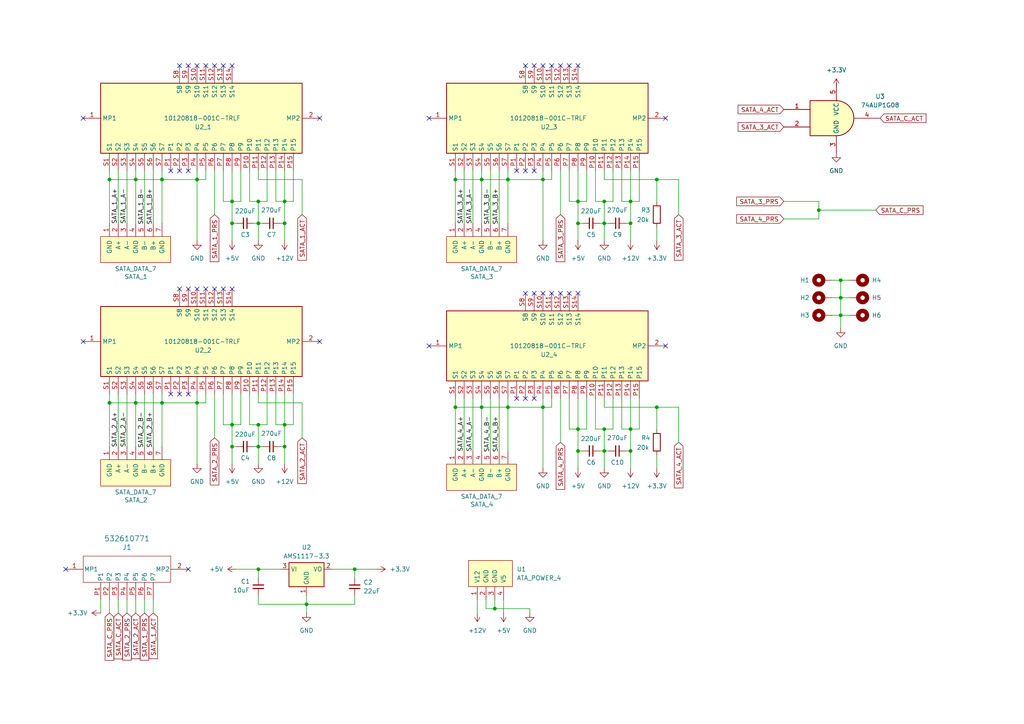
<source format=kicad_sch>
(kicad_sch (version 20231120) (generator "eeschema") (generator_version "8.0")
  (paper "A4")
  (lib_symbols
    (symbol "10120818-001C-TRLF:10120818-001C-TRLF"
      (property "Reference" "J" (at 64.77 15.24 0))
      (property "Value" "10120818-001C-TRLF" (at 64.77 12.7 0))
      (symbol "10120818-001C-TRLF_1_1"
        (rectangle (start 5.08 10.16) (end 63.5 -10.16) (stroke (width 0.254)) (fill (type background)))
        (pin passive line (at 68.58 0 180) (length 5.08) (name "MP1") (number "1"))
        (pin passive line (at 0 0 0) (length 5.08) (name "MP2") (number "2"))
        (pin passive line (at 43.18 15.24 270) (length 5.08) (name "P1") (number "P1"))
        (pin passive line (at 20.32 15.24 270) (length 5.08) (name "P10") (number "P10"))
        (pin passive line (at 17.78 15.24 270) (length 5.08) (name "P11") (number "P11"))
        (pin passive line (at 15.24 15.24 270) (length 5.08) (name "P12") (number "P12"))
        (pin passive line (at 12.7 15.24 270) (length 5.08) (name "P13") (number "P13"))
        (pin passive line (at 10.16 15.24 270) (length 5.08) (name "P14") (number "P14"))
        (pin passive line (at 7.62 15.24 270) (length 5.08) (name "P15") (number "P15"))
        (pin passive line (at 40.64 15.24 270) (length 5.08) (name "P2") (number "P2"))
        (pin passive line (at 38.1 15.24 270) (length 5.08) (name "P3") (number "P3"))
        (pin passive line (at 35.56 15.24 270) (length 5.08) (name "P4") (number "P4"))
        (pin passive line (at 33.02 15.24 270) (length 5.08) (name "P5") (number "P5"))
        (pin passive line (at 30.48 15.24 270) (length 5.08) (name "P6") (number "P6"))
        (pin passive line (at 27.94 15.24 270) (length 5.08) (name "P7") (number "P7"))
        (pin passive line (at 25.4 15.24 270) (length 5.08) (name "P8") (number "P8"))
        (pin passive line (at 22.86 15.24 270) (length 5.08) (name "P9") (number "P9"))
        (pin passive line (at 60.96 15.24 270) (length 5.08) (name "S1") (number "S1"))
        (pin passive line (at 35.56 -15.24 90) (length 5.08) (name "S10") (number "S10"))
        (pin passive line (at 33.02 -15.24 90) (length 5.08) (name "S11") (number "S11"))
        (pin passive line (at 30.48 -15.24 90) (length 5.08) (name "S12") (number "S12"))
        (pin passive line (at 27.94 -15.24 90) (length 5.08) (name "S13") (number "S13"))
        (pin passive line (at 25.4 -15.24 90) (length 5.08) (name "S14") (number "S14"))
        (pin passive line (at 58.42 15.24 270) (length 5.08) (name "S2") (number "S2"))
        (pin passive line (at 55.88 15.24 270) (length 5.08) (name "S3") (number "S3"))
        (pin passive line (at 53.34 15.24 270) (length 5.08) (name "S4") (number "S4"))
        (pin passive line (at 50.8 15.24 270) (length 5.08) (name "S5") (number "S5"))
        (pin passive line (at 48.26 15.24 270) (length 5.08) (name "S6") (number "S6"))
        (pin passive line (at 45.72 15.24 270) (length 5.08) (name "S7") (number "S7"))
        (pin passive line (at 40.64 -15.24 90) (length 5.08) (name "S8") (number "S8"))
        (pin passive line (at 38.1 -15.24 90) (length 5.08) (name "S9") (number "S9"))
      )
    )
    (symbol "74xGxx:74AUP1G08"
      (property "Reference" "U" (at -2.54 3.81 0))
      (property "Value" "74AUP1G08" (at 0 -3.81 0))
      (symbol "74AUP1G08_0_1"
        (arc (start 0 -5.08) (mid 5.0579 0) (end 0 5.08) (stroke (width 0.254)) (fill (type background)))
        (polyline (pts (xy 0 -5.08) (xy -7.62 -5.08) (xy -7.62 5.08) (xy 0 5.08)) (stroke (width 0.254)) (fill (type background)))
      )
      (symbol "74AUP1G08_1_1"
        (pin input line (at -15.24 2.54 0) (length 7.62) (name "~") (number "1"))
        (pin input line (at -15.24 -2.54 0) (length 7.62) (name "~") (number "2"))
        (pin power_in line (at 0 -10.16 90) (length 5.08) (name "GND") (number "3"))
        (pin output line (at 12.7 0 180) (length 7.62) (name "~") (number "4"))
        (pin power_in line (at 0 10.16 270) (length 5.08) (name "VCC") (number "5"))
      )
    )
    (symbol "Device:C_Small" (pin_numbers hide) (pin_names (offset 0.254) hide)
      (property "Reference" "C" (at 0.254 1.778 0))
      (property "Value" "C_Small" (at 0.254 -2.032 0))
      (symbol "C_Small_0_1"
        (polyline (pts (xy -1.524 -0.508) (xy 1.524 -0.508)) (stroke (width 0.3302)))
        (polyline (pts (xy -1.524 0.508) (xy 1.524 0.508)) (stroke (width 0.3048)))
      )
      (symbol "C_Small_1_1"
        (pin passive line (at 0 2.54 270) (length 2.032) (name "~") (number "1"))
        (pin passive line (at 0 -2.54 90) (length 2.032) (name "~") (number "2"))
      )
    )
    (symbol "Device:R" (pin_numbers hide) (pin_names (offset 0))
      (property "Reference" "R" (at 2.032 0 90))
      (property "Value" "R" (at 0 0 90))
      (symbol "R_0_1"
        (rectangle (start -1.016 -2.54) (end 1.016 2.54) (stroke (width 0.254)))
      )
      (symbol "R_1_1"
        (pin passive line (at 0 3.81 270) (length 1.27) (name "~") (number "1"))
        (pin passive line (at 0 -3.81 90) (length 1.27) (name "~") (number "2"))
      )
    )
    (symbol "Mechanical:MountingHole_Pad" (pin_numbers hide) (pin_names (offset 1.016) hide) (exclude_from_sim yes) (in_bom no)
      (property "Reference" "H" (at 0 6.35 0))
      (property "Value" "MountingHole_Pad" (at 0 4.445 0))
      (symbol "MountingHole_Pad_0_1"
        (circle (center 0 1.27) (radius 1.27) (stroke (width 1.27)))
      )
      (symbol "MountingHole_Pad_1_1"
        (pin input line (at 0 -2.54 90) (length 2.54) (name "1") (number "1"))
      )
    )
    (symbol "Molex-532610771:532610771" (pin_names (offset 0.254))
      (property "Reference" "J1" (at 15.24 -10.16 90))
      (property "Value" "532610771" (at 17.78 -10.16 90))
      (symbol "532610771_1_1"
        (polyline (pts (xy 5.08 -22.86) (xy 12.7 -22.86)) (stroke (width 0.127)))
        (polyline (pts (xy 5.08 2.54) (xy 5.08 -22.86)) (stroke (width 0.127)))
        (polyline (pts (xy 12.7 -22.86) (xy 12.7 2.54)) (stroke (width 0.127)))
        (polyline (pts (xy 12.7 2.54) (xy 5.08 2.54)) (stroke (width 0.127)))
        (pin passive line (at 8.89 7.62 270) (length 5.08) (name "MP1") (number "1"))
        (pin passive line (at 8.89 -27.94 90) (length 5.08) (name "MP2") (number "2"))
        (pin passive line (at 0 -2.54 0) (length 5.08) (name "P1") (number "P1"))
        (pin passive line (at 0 -5.08 0) (length 5.08) (name "P2") (number "P2"))
        (pin passive line (at 0 -7.62 0) (length 5.08) (name "P3") (number "P3"))
        (pin passive line (at 0 -10.16 0) (length 5.08) (name "P4") (number "P4"))
        (pin passive line (at 0 -12.7 0) (length 5.08) (name "P5") (number "P5"))
        (pin passive line (at 0 -15.24 0) (length 5.08) (name "P6") (number "P6"))
        (pin passive line (at 0 -17.78 0) (length 5.08) (name "P7") (number "P7"))
      )
      (symbol "532610771_1_2"
        (polyline (pts (xy 5.08 -22.86) (xy 12.7 -22.86)) (stroke (width 0.127)))
        (polyline (pts (xy 5.08 2.54) (xy 5.08 -22.86)) (stroke (width 0.127)))
        (polyline (pts (xy 7.62 -20.32) (xy 5.08 -20.32)) (stroke (width 0.127)))
        (polyline (pts (xy 7.62 -20.32) (xy 8.89 -21.1667)) (stroke (width 0.127)))
        (polyline (pts (xy 7.62 -20.32) (xy 8.89 -19.4733)) (stroke (width 0.127)))
        (polyline (pts (xy 7.62 -17.78) (xy 5.08 -17.78)) (stroke (width 0.127)))
        (polyline (pts (xy 7.62 -17.78) (xy 8.89 -18.6267)) (stroke (width 0.127)))
        (polyline (pts (xy 7.62 -17.78) (xy 8.89 -16.9333)) (stroke (width 0.127)))
        (polyline (pts (xy 7.62 -15.24) (xy 5.08 -15.24)) (stroke (width 0.127)))
        (polyline (pts (xy 7.62 -15.24) (xy 8.89 -16.0867)) (stroke (width 0.127)))
        (polyline (pts (xy 7.62 -15.24) (xy 8.89 -14.3933)) (stroke (width 0.127)))
        (polyline (pts (xy 7.62 -12.7) (xy 5.08 -12.7)) (stroke (width 0.127)))
        (polyline (pts (xy 7.62 -12.7) (xy 8.89 -13.5467)) (stroke (width 0.127)))
        (polyline (pts (xy 7.62 -12.7) (xy 8.89 -11.8533)) (stroke (width 0.127)))
        (polyline (pts (xy 7.62 -10.16) (xy 5.08 -10.16)) (stroke (width 0.127)))
        (polyline (pts (xy 7.62 -10.16) (xy 8.89 -11.0067)) (stroke (width 0.127)))
        (polyline (pts (xy 7.62 -10.16) (xy 8.89 -9.3133)) (stroke (width 0.127)))
        (polyline (pts (xy 7.62 -7.62) (xy 5.08 -7.62)) (stroke (width 0.127)))
        (polyline (pts (xy 7.62 -7.62) (xy 8.89 -8.4667)) (stroke (width 0.127)))
        (polyline (pts (xy 7.62 -7.62) (xy 8.89 -6.7733)) (stroke (width 0.127)))
        (polyline (pts (xy 7.62 -5.08) (xy 5.08 -5.08)) (stroke (width 0.127)))
        (polyline (pts (xy 7.62 -5.08) (xy 8.89 -5.9267)) (stroke (width 0.127)))
        (polyline (pts (xy 7.62 -5.08) (xy 8.89 -4.2333)) (stroke (width 0.127)))
        (polyline (pts (xy 7.62 -2.54) (xy 5.08 -2.54)) (stroke (width 0.127)))
        (polyline (pts (xy 7.62 -2.54) (xy 8.89 -3.3867)) (stroke (width 0.127)))
        (polyline (pts (xy 7.62 -2.54) (xy 8.89 -1.6933)) (stroke (width 0.127)))
        (polyline (pts (xy 7.62 0) (xy 5.08 0)) (stroke (width 0.127)))
        (polyline (pts (xy 7.62 0) (xy 8.89 -0.8467)) (stroke (width 0.127)))
        (polyline (pts (xy 7.62 0) (xy 8.89 0.8467)) (stroke (width 0.127)))
        (polyline (pts (xy 12.7 -22.86) (xy 12.7 2.54)) (stroke (width 0.127)))
        (polyline (pts (xy 12.7 2.54) (xy 5.08 2.54)) (stroke (width 0.127)))
        (pin unspecified line (at 0 0 0) (length 5.08) (name "1") (number "1"))
        (pin unspecified line (at 0 -2.54 0) (length 5.08) (name "2") (number "2"))
        (pin unspecified line (at 0 -5.08 0) (length 5.08) (name "3") (number "3"))
        (pin unspecified line (at 0 -7.62 0) (length 5.08) (name "4") (number "4"))
        (pin unspecified line (at 0 -10.16 0) (length 5.08) (name "5") (number "5"))
        (pin unspecified line (at 0 -12.7 0) (length 5.08) (name "6") (number "6"))
        (pin unspecified line (at 0 -15.24 0) (length 5.08) (name "7") (number "7"))
        (pin unspecified line (at 0 -17.78 0) (length 5.08) (name "8") (number "8"))
        (pin unspecified line (at 0 -20.32 0) (length 5.08) (name "9") (number "9"))
      )
    )
    (symbol "Regulator_Linear:AMS1117-3.3"
      (property "Reference" "U" (at -3.81 3.175 0))
      (property "Value" "AMS1117-3.3" (at 0 3.175 0))
      (symbol "AMS1117-3.3_0_1"
        (rectangle (start -5.08 -5.08) (end 5.08 1.905) (stroke (width 0.254)) (fill (type background)))
      )
      (symbol "AMS1117-3.3_1_1"
        (pin power_in line (at 0 -7.62 90) (length 2.54) (name "GND") (number "1"))
        (pin power_out line (at 7.62 0 180) (length 2.54) (name "VO") (number "2"))
        (pin power_in line (at -7.62 0 0) (length 2.54) (name "VI") (number "3"))
      )
    )
    (symbol "SATA:ATA_POWER_4" (pin_names (offset 1.016))
      (property "Reference" "U" (at 0 -7.62 0))
      (property "Value" "ATA_POWER_4" (at 0 7.62 0))
      (symbol "ATA_POWER_4_1_1"
        (rectangle (start 3.81 6.35) (end -3.81 -6.35) (fill (type background)))
        (pin power_out line (at -7.62 3.81 0) (length 3.81) (name "V12") (number "1"))
        (pin power_out line (at -7.62 1.27 0) (length 3.81) (name "GND") (number "2"))
        (pin power_out line (at -7.62 -1.27 0) (length 3.81) (name "GND") (number "3"))
        (pin power_out line (at -7.62 -3.81 0) (length 3.81) (name "V5") (number "4"))
      )
    )
    (symbol "SATA:SATA_DATA_7" (pin_names (offset 1.016))
      (property "Reference" "U" (at 0 -11.43 0))
      (property "Value" "SATA_DATA_7" (at 0 11.43 0))
      (symbol "SATA_DATA_7_0_1"
        (rectangle (start 3.81 10.16) (end -3.81 -10.16) (fill (type background)))
      )
      (symbol "SATA_DATA_7_1_1"
        (pin power_out line (at -7.62 7.62 0) (length 3.81) (name "GND") (number "1"))
        (pin output line (at -7.62 5.08 0) (length 3.81) (name "A+") (number "2"))
        (pin output line (at -7.62 2.54 0) (length 3.81) (name "A-") (number "3"))
        (pin power_out line (at -7.62 0 0) (length 3.81) (name "GND") (number "4"))
        (pin input line (at -7.62 -2.54 0) (length 3.81) (name "B-") (number "5"))
        (pin input line (at -7.62 -5.08 0) (length 3.81) (name "B+") (number "6"))
        (pin power_out line (at -7.62 -7.62 0) (length 3.81) (name "GND") (number "7"))
      )
    )
    (symbol "power:+12V" (power) (pin_numbers hide) (pin_names (offset 0) hide)
      (property "Value" "+12V" (at 0 3.556 0))
      (symbol "+12V_0_1"
        (polyline (pts (xy -0.762 1.27) (xy 0 2.54)))
        (polyline (pts (xy 0 0) (xy 0 2.54)))
        (polyline (pts (xy 0 2.54) (xy 0.762 1.27)))
      )
      (symbol "+12V_1_1"
        (pin power_in line (at 0 0 90) (length 0) (name "~") (number "1"))
      )
    )
    (symbol "power:+3.3V" (power) (pin_numbers hide) (pin_names (offset 0) hide)
      (property "Value" "+3.3V" (at 0 3.556 0))
      (symbol "+3.3V_0_1"
        (polyline (pts (xy -0.762 1.27) (xy 0 2.54)))
        (polyline (pts (xy 0 0) (xy 0 2.54)))
        (polyline (pts (xy 0 2.54) (xy 0.762 1.27)))
      )
      (symbol "+3.3V_1_1"
        (pin power_in line (at 0 0 90) (length 0) (name "~") (number "1"))
      )
    )
    (symbol "power:+5V" (power) (pin_numbers hide) (pin_names (offset 0) hide)
      (property "Value" "+5V" (at 0 3.556 0))
      (symbol "+5V_0_1"
        (polyline (pts (xy -0.762 1.27) (xy 0 2.54)))
        (polyline (pts (xy 0 0) (xy 0 2.54)))
        (polyline (pts (xy 0 2.54) (xy 0.762 1.27)))
      )
      (symbol "+5V_1_1"
        (pin power_in line (at 0 0 90) (length 0) (name "~") (number "1"))
      )
    )
    (symbol "power:GND" (power) (pin_numbers hide) (pin_names (offset 0) hide)
      (property "Value" "GND" (at 0 -3.81 0))
      (symbol "GND_0_1"
        (polyline (pts (xy 0 0) (xy 0 -1.27) (xy 1.27 -1.27) (xy 0 -2.54) (xy -1.27 -1.27) (xy 0 -1.27)))
      )
      (symbol "GND_1_1"
        (pin power_in line (at 0 0 270) (length 0) (name "~") (number "1"))
      )
    )
  )
  (junction (at 39.37 116.84))
  (junction (at 243.84 91.44))
  (junction (at 31.75 116.84))
  (junction (at 175.26 58.42))
  (junction (at 157.48 52.07))
  (junction (at 167.64 130.81))
  (junction (at 67.31 64.77))
  (junction (at 132.08 52.07))
  (junction (at 82.55 64.77))
  (junction (at 102.87 165.1))
  (junction (at 57.15 116.84))
  (junction (at 74.93 165.1))
  (junction (at 243.84 86.36))
  (junction (at 132.08 118.11))
  (junction (at 143.51 176.53))
  (junction (at 139.7 52.07))
  (junction (at 182.88 124.46))
  (junction (at 46.99 52.07))
  (junction (at 82.55 123.19))
  (junction (at 39.37 52.07))
  (junction (at 46.99 116.84))
  (junction (at 74.93 64.77))
  (junction (at 190.5 52.07))
  (junction (at 175.26 124.46))
  (junction (at 167.64 58.42))
  (junction (at 147.32 118.11))
  (junction (at 157.48 118.11))
  (junction (at 175.26 130.81))
  (junction (at 67.31 129.54))
  (junction (at 139.7 118.11))
  (junction (at 243.84 81.28))
  (junction (at 147.32 52.07))
  (junction (at 82.55 129.54))
  (junction (at 167.64 64.77))
  (junction (at 31.75 52.07))
  (junction (at 175.26 64.77))
  (junction (at 182.88 64.77))
  (junction (at 57.15 52.07))
  (junction (at 74.93 58.42))
  (junction (at 67.31 58.42))
  (junction (at 237.49 60.96))
  (junction (at 74.93 129.54))
  (junction (at 88.9 175.26))
  (junction (at 67.31 123.19))
  (junction (at 74.93 123.19))
  (junction (at 182.88 130.81))
  (junction (at 190.5 118.11))
  (junction (at 167.64 124.46))
  (junction (at 182.88 58.42))
  (junction (at 82.55 58.42))
  (no_connect (at 52.07 83.82))
  (no_connect (at 152.4 115.57))
  (no_connect (at 193.04 100.33))
  (no_connect (at 24.13 34.29))
  (no_connect (at 167.64 19.05))
  (no_connect (at 52.07 19.05))
  (no_connect (at 152.4 85.09))
  (no_connect (at 149.86 49.53))
  (no_connect (at 154.94 19.05))
  (no_connect (at 154.94 49.53))
  (no_connect (at 154.94 115.57))
  (no_connect (at 57.15 19.05))
  (no_connect (at 64.77 83.82))
  (no_connect (at 124.46 34.29))
  (no_connect (at 54.61 83.82))
  (no_connect (at 54.61 19.05))
  (no_connect (at 49.53 114.3))
  (no_connect (at 54.61 165.1))
  (no_connect (at 124.46 100.33))
  (no_connect (at 152.4 19.05))
  (no_connect (at 162.56 19.05))
  (no_connect (at 52.07 114.3))
  (no_connect (at 49.53 49.53))
  (no_connect (at 157.48 19.05))
  (no_connect (at 157.48 85.09))
  (no_connect (at 149.86 115.57))
  (no_connect (at 165.1 19.05))
  (no_connect (at 167.64 85.09))
  (no_connect (at 64.77 19.05))
  (no_connect (at 57.15 83.82))
  (no_connect (at 59.69 83.82))
  (no_connect (at 24.13 99.06))
  (no_connect (at 59.69 19.05))
  (no_connect (at 160.02 85.09))
  (no_connect (at 193.04 34.29))
  (no_connect (at 152.4 49.53))
  (no_connect (at 92.71 99.06))
  (no_connect (at 54.61 114.3))
  (no_connect (at 19.05 165.1))
  (no_connect (at 67.31 19.05))
  (no_connect (at 62.23 83.82))
  (no_connect (at 52.07 49.53))
  (no_connect (at 165.1 85.09))
  (no_connect (at 67.31 83.82))
  (no_connect (at 160.02 19.05))
  (no_connect (at 154.94 85.09))
  (no_connect (at 62.23 19.05))
  (no_connect (at 162.56 85.09))
  (no_connect (at 54.61 49.53))
  (no_connect (at 92.71 34.29))
  (wire (pts (xy 74.93 165.1) (xy 74.93 167.64)))
  (wire (pts (xy 134.62 115.57) (xy 134.62 130.81)))
  (wire (pts (xy 67.31 129.54) (xy 67.31 134.62)))
  (wire (pts (xy 157.48 118.11) (xy 157.48 135.89)))
  (wire (pts (xy 162.56 49.53) (xy 162.56 62.23)))
  (wire (pts (xy 180.34 124.46) (xy 182.88 124.46)))
  (wire (pts (xy 175.26 130.81) (xy 175.26 135.89)))
  (wire (pts (xy 196.85 118.11) (xy 196.85 128.27)))
  (wire (pts (xy 64.77 49.53) (xy 64.77 58.42)))
  (wire (pts (xy 102.87 165.1) (xy 109.22 165.1)))
  (wire (pts (xy 167.64 49.53) (xy 167.64 58.42)))
  (wire (pts (xy 142.24 115.57) (xy 142.24 130.81)))
  (wire (pts (xy 167.64 58.42) (xy 167.64 64.77)))
  (wire (pts (xy 175.26 58.42) (xy 175.26 64.77)))
  (wire (pts (xy 185.42 49.53) (xy 185.42 58.42)))
  (wire (pts (xy 146.05 173.99) (xy 146.05 177.8)))
  (wire (pts (xy 59.69 116.84) (xy 57.15 116.84)))
  (wire (pts (xy 185.42 58.42) (xy 182.88 58.42)))
  (wire (pts (xy 72.39 114.3) (xy 72.39 123.19)))
  (wire (pts (xy 175.26 64.77) (xy 173.99 64.77)))
  (wire (pts (xy 157.48 49.53) (xy 157.48 52.07)))
  (wire (pts (xy 31.75 177.8) (xy 31.75 173.99)))
  (wire (pts (xy 39.37 177.8) (xy 39.37 173.99)))
  (wire (pts (xy 182.88 58.42) (xy 182.88 64.77)))
  (wire (pts (xy 170.18 58.42) (xy 167.64 58.42)))
  (wire (pts (xy 160.02 49.53) (xy 160.02 52.07)))
  (wire (pts (xy 46.99 52.07) (xy 46.99 64.77)))
  (wire (pts (xy 139.7 115.57) (xy 139.7 118.11)))
  (wire (pts (xy 57.15 114.3) (xy 57.15 116.84)))
  (wire (pts (xy 157.48 115.57) (xy 157.48 118.11)))
  (wire (pts (xy 74.93 58.42) (xy 74.93 64.77)))
  (wire (pts (xy 144.78 49.53) (xy 144.78 64.77)))
  (wire (pts (xy 175.26 118.11) (xy 190.5 118.11)))
  (wire (pts (xy 144.78 115.57) (xy 144.78 130.81)))
  (wire (pts (xy 170.18 124.46) (xy 167.64 124.46)))
  (wire (pts (xy 185.42 124.46) (xy 182.88 124.46)))
  (wire (pts (xy 237.49 58.42) (xy 237.49 60.96)))
  (wire (pts (xy 69.85 114.3) (xy 69.85 123.19)))
  (wire (pts (xy 76.2 129.54) (xy 74.93 129.54)))
  (wire (pts (xy 172.72 58.42) (xy 175.26 58.42)))
  (wire (pts (xy 74.93 116.84) (xy 87.63 116.84)))
  (wire (pts (xy 74.93 129.54) (xy 74.93 134.62)))
  (wire (pts (xy 160.02 52.07) (xy 157.48 52.07)))
  (wire (pts (xy 157.48 52.07) (xy 147.32 52.07)))
  (wire (pts (xy 243.84 91.44) (xy 246.38 91.44)))
  (wire (pts (xy 57.15 52.07) (xy 46.99 52.07)))
  (wire (pts (xy 134.62 49.53) (xy 134.62 64.77)))
  (wire (pts (xy 59.69 49.53) (xy 59.69 52.07)))
  (wire (pts (xy 147.32 118.11) (xy 147.32 130.81)))
  (wire (pts (xy 34.29 114.3) (xy 34.29 129.54)))
  (wire (pts (xy 62.23 114.3) (xy 62.23 127)))
  (wire (pts (xy 74.93 114.3) (xy 74.93 116.84)))
  (wire (pts (xy 31.75 114.3) (xy 31.75 116.84)))
  (wire (pts (xy 190.5 66.04) (xy 190.5 69.85)))
  (wire (pts (xy 82.55 129.54) (xy 82.55 134.62)))
  (wire (pts (xy 41.91 49.53) (xy 41.91 64.77)))
  (wire (pts (xy 46.99 116.84) (xy 46.99 129.54)))
  (wire (pts (xy 139.7 118.11) (xy 132.08 118.11)))
  (wire (pts (xy 72.39 58.42) (xy 74.93 58.42)))
  (wire (pts (xy 88.9 175.26) (xy 88.9 177.8)))
  (wire (pts (xy 132.08 49.53) (xy 132.08 52.07)))
  (wire (pts (xy 176.53 130.81) (xy 175.26 130.81)))
  (wire (pts (xy 172.72 115.57) (xy 172.72 124.46)))
  (wire (pts (xy 77.47 58.42) (xy 74.93 58.42)))
  (wire (pts (xy 162.56 115.57) (xy 162.56 128.27)))
  (wire (pts (xy 177.8 58.42) (xy 175.26 58.42)))
  (wire (pts (xy 243.84 86.36) (xy 246.38 86.36)))
  (wire (pts (xy 82.55 64.77) (xy 81.28 64.77)))
  (wire (pts (xy 242.57 24.13) (xy 242.57 25.4)))
  (wire (pts (xy 160.02 118.11) (xy 157.48 118.11)))
  (wire (pts (xy 46.99 114.3) (xy 46.99 116.84)))
  (wire (pts (xy 82.55 64.77) (xy 82.55 69.85)))
  (wire (pts (xy 29.21 177.8) (xy 29.21 173.99)))
  (wire (pts (xy 172.72 124.46) (xy 175.26 124.46)))
  (wire (pts (xy 227.33 63.5) (xy 237.49 63.5)))
  (wire (pts (xy 182.88 115.57) (xy 182.88 124.46)))
  (wire (pts (xy 182.88 124.46) (xy 182.88 130.81)))
  (wire (pts (xy 139.7 118.11) (xy 139.7 130.81)))
  (wire (pts (xy 74.93 172.72) (xy 74.93 175.26)))
  (wire (pts (xy 67.31 64.77) (xy 67.31 69.85)))
  (wire (pts (xy 147.32 115.57) (xy 147.32 118.11)))
  (wire (pts (xy 59.69 52.07) (xy 57.15 52.07)))
  (wire (pts (xy 80.01 58.42) (xy 82.55 58.42)))
  (wire (pts (xy 168.91 130.81) (xy 167.64 130.81)))
  (wire (pts (xy 243.84 91.44) (xy 243.84 95.25)))
  (wire (pts (xy 190.5 132.08) (xy 190.5 135.89)))
  (wire (pts (xy 31.75 52.07) (xy 31.75 64.77)))
  (wire (pts (xy 39.37 116.84) (xy 31.75 116.84)))
  (wire (pts (xy 74.93 64.77) (xy 73.66 64.77)))
  (wire (pts (xy 31.75 116.84) (xy 31.75 129.54)))
  (wire (pts (xy 39.37 52.07) (xy 39.37 64.77)))
  (wire (pts (xy 153.67 176.53) (xy 153.67 177.8)))
  (wire (pts (xy 69.85 123.19) (xy 67.31 123.19)))
  (wire (pts (xy 88.9 172.72) (xy 88.9 175.26)))
  (wire (pts (xy 85.09 123.19) (xy 82.55 123.19)))
  (wire (pts (xy 243.84 81.28) (xy 243.84 86.36)))
  (wire (pts (xy 137.16 49.53) (xy 137.16 64.77)))
  (wire (pts (xy 80.01 49.53) (xy 80.01 58.42)))
  (wire (pts (xy 34.29 49.53) (xy 34.29 64.77)))
  (wire (pts (xy 87.63 127) (xy 87.63 116.84)))
  (wire (pts (xy 142.24 49.53) (xy 142.24 64.77)))
  (wire (pts (xy 69.85 49.53) (xy 69.85 58.42)))
  (wire (pts (xy 170.18 49.53) (xy 170.18 58.42)))
  (wire (pts (xy 182.88 49.53) (xy 182.88 58.42)))
  (wire (pts (xy 167.64 64.77) (xy 167.64 69.85)))
  (wire (pts (xy 241.3 91.44) (xy 243.84 91.44)))
  (wire (pts (xy 41.91 177.8) (xy 41.91 173.99)))
  (wire (pts (xy 31.75 49.53) (xy 31.75 52.07)))
  (wire (pts (xy 77.47 49.53) (xy 77.47 58.42)))
  (wire (pts (xy 57.15 52.07) (xy 57.15 69.85)))
  (wire (pts (xy 57.15 116.84) (xy 57.15 134.62)))
  (wire (pts (xy 176.53 64.77) (xy 175.26 64.77)))
  (wire (pts (xy 147.32 49.53) (xy 147.32 52.07)))
  (wire (pts (xy 74.93 64.77) (xy 74.93 69.85)))
  (wire (pts (xy 182.88 64.77) (xy 182.88 69.85)))
  (wire (pts (xy 39.37 52.07) (xy 31.75 52.07)))
  (wire (pts (xy 67.31 123.19) (xy 67.31 129.54)))
  (wire (pts (xy 168.91 64.77) (xy 167.64 64.77)))
  (wire (pts (xy 177.8 49.53) (xy 177.8 58.42)))
  (wire (pts (xy 167.64 58.42) (xy 165.1 58.42)))
  (wire (pts (xy 143.51 176.53) (xy 153.67 176.53)))
  (wire (pts (xy 87.63 52.07) (xy 87.63 62.23)))
  (wire (pts (xy 72.39 49.53) (xy 72.39 58.42)))
  (wire (pts (xy 46.99 52.07) (xy 39.37 52.07)))
  (wire (pts (xy 57.15 116.84) (xy 46.99 116.84)))
  (wire (pts (xy 190.5 118.11) (xy 190.5 124.46)))
  (wire (pts (xy 85.09 58.42) (xy 82.55 58.42)))
  (wire (pts (xy 175.26 115.57) (xy 175.26 118.11)))
  (wire (pts (xy 185.42 115.57) (xy 185.42 124.46)))
  (wire (pts (xy 143.51 173.99) (xy 143.51 176.53)))
  (wire (pts (xy 77.47 123.19) (xy 74.93 123.19)))
  (wire (pts (xy 44.45 114.3) (xy 44.45 129.54)))
  (wire (pts (xy 190.5 118.11) (xy 196.85 118.11)))
  (wire (pts (xy 243.84 81.28) (xy 246.38 81.28)))
  (wire (pts (xy 147.32 118.11) (xy 139.7 118.11)))
  (wire (pts (xy 140.97 176.53) (xy 143.51 176.53)))
  (wire (pts (xy 167.64 124.46) (xy 167.64 130.81)))
  (wire (pts (xy 82.55 129.54) (xy 81.28 129.54)))
  (wire (pts (xy 69.85 58.42) (xy 67.31 58.42)))
  (wire (pts (xy 82.55 58.42) (xy 82.55 64.77)))
  (wire (pts (xy 36.83 177.8) (xy 36.83 173.99)))
  (wire (pts (xy 182.88 130.81) (xy 182.88 135.89)))
  (wire (pts (xy 57.15 49.53) (xy 57.15 52.07)))
  (wire (pts (xy 237.49 60.96) (xy 237.49 63.5)))
  (wire (pts (xy 182.88 130.81) (xy 181.61 130.81)))
  (wire (pts (xy 67.31 58.42) (xy 67.31 64.77)))
  (wire (pts (xy 139.7 49.53) (xy 139.7 52.07)))
  (wire (pts (xy 85.09 49.53) (xy 85.09 58.42)))
  (wire (pts (xy 139.7 52.07) (xy 139.7 64.77)))
  (wire (pts (xy 74.93 123.19) (xy 74.93 129.54)))
  (wire (pts (xy 64.77 114.3) (xy 64.77 123.19)))
  (wire (pts (xy 77.47 114.3) (xy 77.47 123.19)))
  (wire (pts (xy 132.08 52.07) (xy 132.08 64.77)))
  (wire (pts (xy 165.1 49.53) (xy 165.1 58.42)))
  (wire (pts (xy 180.34 49.53) (xy 180.34 58.42)))
  (wire (pts (xy 96.52 165.1) (xy 102.87 165.1)))
  (wire (pts (xy 196.85 52.07) (xy 196.85 62.23)))
  (wire (pts (xy 180.34 58.42) (xy 182.88 58.42)))
  (wire (pts (xy 39.37 49.53) (xy 39.37 52.07)))
  (wire (pts (xy 241.3 86.36) (xy 243.84 86.36)))
  (wire (pts (xy 39.37 116.84) (xy 39.37 129.54)))
  (wire (pts (xy 85.09 114.3) (xy 85.09 123.19)))
  (wire (pts (xy 227.33 58.42) (xy 237.49 58.42)))
  (wire (pts (xy 34.29 177.8) (xy 34.29 173.99)))
  (wire (pts (xy 172.72 49.53) (xy 172.72 58.42)))
  (wire (pts (xy 76.2 64.77) (xy 74.93 64.77)))
  (wire (pts (xy 175.26 130.81) (xy 173.99 130.81)))
  (wire (pts (xy 102.87 172.72) (xy 102.87 175.26)))
  (wire (pts (xy 80.01 123.19) (xy 82.55 123.19)))
  (wire (pts (xy 74.93 165.1) (xy 81.28 165.1)))
  (wire (pts (xy 80.01 114.3) (xy 80.01 123.19)))
  (wire (pts (xy 170.18 115.57) (xy 170.18 124.46)))
  (wire (pts (xy 44.45 49.53) (xy 44.45 64.77)))
  (wire (pts (xy 175.26 64.77) (xy 175.26 69.85)))
  (wire (pts (xy 67.31 123.19) (xy 64.77 123.19)))
  (wire (pts (xy 177.8 115.57) (xy 177.8 124.46)))
  (wire (pts (xy 175.26 52.07) (xy 190.5 52.07)))
  (wire (pts (xy 190.5 52.07) (xy 196.85 52.07)))
  (wire (pts (xy 46.99 116.84) (xy 39.37 116.84)))
  (wire (pts (xy 160.02 115.57) (xy 160.02 118.11)))
  (wire (pts (xy 147.32 52.07) (xy 147.32 64.77)))
  (wire (pts (xy 82.55 123.19) (xy 82.55 129.54)))
  (wire (pts (xy 190.5 58.42) (xy 190.5 52.07)))
  (wire (pts (xy 44.45 177.8) (xy 44.45 173.99)))
  (wire (pts (xy 147.32 118.11) (xy 157.48 118.11)))
  (wire (pts (xy 62.23 49.53) (xy 62.23 62.23)))
  (wire (pts (xy 237.49 60.96) (xy 254 60.96)))
  (wire (pts (xy 36.83 114.3) (xy 36.83 129.54)))
  (wire (pts (xy 67.31 58.42) (xy 64.77 58.42)))
  (wire (pts (xy 36.83 49.53) (xy 36.83 64.77)))
  (wire (pts (xy 74.93 52.07) (xy 87.63 52.07)))
  (wire (pts (xy 39.37 114.3) (xy 39.37 116.84)))
  (wire (pts (xy 46.99 49.53) (xy 46.99 52.07)))
  (wire (pts (xy 167.64 130.81) (xy 167.64 135.89)))
  (wire (pts (xy 243.84 86.36) (xy 243.84 91.44)))
  (wire (pts (xy 167.64 115.57) (xy 167.64 124.46)))
  (wire (pts (xy 72.39 123.19) (xy 74.93 123.19)))
  (wire (pts (xy 74.93 49.53) (xy 74.93 52.07)))
  (wire (pts (xy 82.55 114.3) (xy 82.55 123.19)))
  (wire (pts (xy 132.08 115.57) (xy 132.08 118.11)))
  (wire (pts (xy 59.69 114.3) (xy 59.69 116.84)))
  (wire (pts (xy 180.34 115.57) (xy 180.34 124.46)))
  (wire (pts (xy 182.88 64.77) (xy 181.61 64.77)))
  (wire (pts (xy 175.26 124.46) (xy 175.26 130.81)))
  (wire (pts (xy 138.43 173.99) (xy 138.43 177.8)))
  (wire (pts (xy 241.3 81.28) (xy 243.84 81.28)))
  (wire (pts (xy 137.16 115.57) (xy 137.16 130.81)))
  (wire (pts (xy 74.93 175.26) (xy 88.9 175.26)))
  (wire (pts (xy 167.64 124.46) (xy 165.1 124.46)))
  (wire (pts (xy 82.55 49.53) (xy 82.55 58.42)))
  (wire (pts (xy 175.26 49.53) (xy 175.26 52.07)))
  (wire (pts (xy 67.31 49.53) (xy 67.31 58.42)))
  (wire (pts (xy 140.97 173.99) (xy 140.97 176.53)))
  (wire (pts (xy 177.8 124.46) (xy 175.26 124.46)))
  (wire (pts (xy 68.58 165.1) (xy 74.93 165.1)))
  (wire (pts (xy 102.87 165.1) (xy 102.87 167.64)))
  (wire (pts (xy 67.31 114.3) (xy 67.31 123.19)))
  (wire (pts (xy 68.58 64.77) (xy 67.31 64.77)))
  (wire (pts (xy 68.58 129.54) (xy 67.31 129.54)))
  (wire (pts (xy 165.1 115.57) (xy 165.1 124.46)))
  (wire (pts (xy 147.32 52.07) (xy 139.7 52.07)))
  (wire (pts (xy 157.48 52.07) (xy 157.48 69.85)))
  (wire (pts (xy 74.93 129.54) (xy 73.66 129.54)))
  (wire (pts (xy 139.7 52.07) (xy 132.08 52.07)))
  (wire (pts (xy 102.87 175.26) (xy 88.9 175.26)))
  (wire (pts (xy 41.91 114.3) (xy 41.91 129.54)))
  (wire (pts (xy 132.08 118.11) (xy 132.08 130.81)))
  (label "SATA_4_B+" (at 144.78 120.65 270))
  (label "SATA_1_A+" (at 34.29 54.61 270))
  (label "SATA_3_B-" (at 142.24 54.61 270))
  (label "SATA_1_A-" (at 36.83 54.61 270))
  (label "SATA_2_A+" (at 34.29 119.38 270))
  (label "SATA_1_B+" (at 44.45 54.61 270))
  (label "SATA_2_A-" (at 36.83 119.38 270))
  (label "SATA_4_A-" (at 137.16 120.65 270))
  (label "SATA_3_B+" (at 144.78 54.61 270))
  (label "SATA_3_A+" (at 134.62 54.61 270))
  (label "SATA_3_A-" (at 137.16 54.61 270))
  (label "SATA_4_B-" (at 142.24 120.65 270))
  (label "SATA_2_B+" (at 44.45 119.38 270))
  (label "SATA_1_B-" (at 41.91 54.61 270))
  (label "SATA_4_A+" (at 134.62 120.65 270))
  (label "SATA_2_B-" (at 41.91 119.38 270))
  (global_label "SATA_4_PRS" (shape input) (at 162.56 128.27 270) (property "Intersheetrefs" "${INTERSHEET_REFS}" (effects (hide yes))))
  (global_label "SATA_2_PRS" (shape input) (at 36.83 177.8 270) (property "Intersheetrefs" "${INTERSHEET_REFS}" (effects (hide yes))))
  (global_label "SATA_2_PRS" (shape input) (at 62.23 127 270) (property "Intersheetrefs" "${INTERSHEET_REFS}" (effects (hide yes))))
  (global_label "SATA_C_PRS" (shape input) (at 31.75 177.8 270) (property "Intersheetrefs" "${INTERSHEET_REFS}" (effects (hide yes))))
  (global_label "SATA_3_ACT" (shape input) (at 196.85 62.23 270) (property "Intersheetrefs" "${INTERSHEET_REFS}" (effects (hide yes))))
  (global_label "SATA_4_ACT" (shape input) (at 227.33 31.75 180) (property "Intersheetrefs" "${INTERSHEET_REFS}" (effects (hide yes))))
  (global_label "SATA_2_ACT" (shape input) (at 87.63 127 270) (property "Intersheetrefs" "${INTERSHEET_REFS}" (effects (hide yes))))
  (global_label "SATA_4_ACT" (shape input) (at 196.85 128.27 270) (property "Intersheetrefs" "${INTERSHEET_REFS}" (effects (hide yes))))
  (global_label "SATA_C_ACT" (shape input) (at 34.29 177.8 270) (property "Intersheetrefs" "${INTERSHEET_REFS}" (effects (hide yes))))
  (global_label "SATA_4_PRS" (shape input) (at 227.33 63.5 180) (property "Intersheetrefs" "${INTERSHEET_REFS}" (effects (hide yes))))
  (global_label "SATA_C_PRS" (shape input) (at 254 60.96 0) (property "Intersheetrefs" "${INTERSHEET_REFS}" (effects (hide yes))))
  (global_label "SATA_3_ACT" (shape input) (at 227.33 36.83 180) (property "Intersheetrefs" "${INTERSHEET_REFS}" (effects (hide yes))))
  (global_label "SATA_C_ACT" (shape input) (at 255.27 34.29 0) (property "Intersheetrefs" "${INTERSHEET_REFS}" (effects (hide yes))))
  (global_label "SATA_1_ACT" (shape input) (at 87.63 62.23 270) (property "Intersheetrefs" "${INTERSHEET_REFS}" (effects (hide yes))))
  (global_label "SATA_1_ACT" (shape input) (at 44.45 177.8 270) (property "Intersheetrefs" "${INTERSHEET_REFS}" (effects (hide yes))))
  (global_label "SATA_3_PRS" (shape input) (at 227.33 58.42 180) (property "Intersheetrefs" "${INTERSHEET_REFS}" (effects (hide yes))))
  (global_label "SATA_3_PRS" (shape input) (at 162.56 62.23 270) (property "Intersheetrefs" "${INTERSHEET_REFS}" (effects (hide yes))))
  (global_label "SATA_1_PRS" (shape input) (at 62.23 62.23 270) (property "Intersheetrefs" "${INTERSHEET_REFS}" (effects (hide yes))))
  (global_label "SATA_2_ACT" (shape input) (at 39.37 177.8 270) (property "Intersheetrefs" "${INTERSHEET_REFS}" (effects (hide yes))))
  (global_label "SATA_1_PRS" (shape input) (at 41.91 177.8 270) (property "Intersheetrefs" "${INTERSHEET_REFS}" (effects (hide yes))))
  (symbol (lib_id "Device:C_Small") (at 78.74 129.54 270) (mirror x) (unit 1)
    (property "Reference" "C8" (at 78.74 132.842 90))
    (property "Value" "270uF" (at 78.7337 125.73 90))
    (property "Footprint" "Capacitor_SMD:CP_Elec_6.3x7.7" (effects (hide yes)))
    (property "Description" "Unpolarized capacitor, small symbol" (effects (hide yes)))
  )
  (symbol (lib_id "power:GND") (at 74.93 134.62 0) (mirror y) (unit 1)
    (property "Reference" "#PWR03" (effects (hide yes)))
    (property "Value" "GND" (at 74.93 139.7 0))
    (property "Description" "Power symbol creates a global label with name \"GND\" , ground" (effects (hide yes)))
  )
  (symbol (lib_id "Device:C_Small") (at 171.45 64.77 270) (mirror x) (unit 1)
    (property "Reference" "C5" (at 171.45 68.072 90))
    (property "Value" "220uF" (at 171.45 61.214 90))
    (property "Footprint" "Capacitor_SMD:C_1210_3225Metric_Pad1.33x2.70mm_HandSolder" (effects (hide yes)))
    (property "Description" "GRM32ER60J227ME05L 6.3V X5R 1210" (effects (hide yes)))
  )
  (symbol (lib_id "power:+5V") (at 167.64 69.85 0) (mirror x) (unit 1)
    (property "Reference" "#PWR012" (effects (hide yes)))
    (property "Value" "+5V" (at 167.64 74.93 0))
    (property "Description" "Power symbol creates a global label with name \"+5V\"" (effects (hide yes)))
  )
  (symbol (lib_id "Mechanical:MountingHole_Pad") (at 238.76 81.28 90) (unit 1) (exclude_from_sim yes) (in_bom no)
    (property "Reference" "H1" (at 233.426 81.28 90))
    (property "Value" "MountingHole_Pad" (effects (hide yes)))
    (property "Footprint" "Holes:MountingHole_3.7mm_Pad_TopBottom_Thin" (effects (hide yes)))
    (property "Description" "Mounting Hole with connection" (effects (hide yes)))
  )
  (symbol (lib_id "Mechanical:MountingHole_Pad") (at 238.76 86.36 90) (unit 1) (exclude_from_sim yes) (in_bom no)
    (property "Reference" "H2" (at 233.426 86.36 90))
    (property "Value" "MountingHole_Pad" (effects (hide yes)))
    (property "Footprint" "Holes:MountingHole_3.7mm_Pad_TopBottom_Thin" (effects (hide yes)))
    (property "Description" "Mounting Hole with connection" (effects (hide yes)))
  )
  (symbol (lib_id "Regulator_Linear:AMS1117-3.3") (at 88.9 165.1 0) (unit 1)
    (property "Reference" "U2" (at 88.9 158.75 0))
    (property "Value" "AMS1117-3.3" (at 88.9 161.29 0))
    (property "Footprint" "Package_TO_SOT_SMD:SOT-223-3_TabPin2" (effects (hide yes)))
    (property "Datasheet" "http://www.advanced-monolithic.com/pdf/ds1117.pdf" (effects (hide yes)))
    (property "Description" "1A Low Dropout regulator, positive, 3.3V fixed output, SOT-223" (effects (hide yes)))
  )
  (symbol (lib_id "power:GND") (at 243.84 95.25 0) (unit 1)
    (property "Reference" "#PWR022" (effects (hide yes)))
    (property "Value" "GND" (at 243.84 100.33 0))
    (property "Description" "Power symbol creates a global label with name \"GND\" , ground" (effects (hide yes)))
  )
  (symbol (lib_id "power:+5V") (at 167.64 135.89 0) (mirror x) (unit 1)
    (property "Reference" "#PWR013" (effects (hide yes)))
    (property "Value" "+5V" (at 167.64 140.97 0))
    (property "Description" "Power symbol creates a global label with name \"+5V\"" (effects (hide yes)))
  )
  (symbol (lib_id "Device:C_Small") (at 171.45 130.81 270) (mirror x) (unit 1)
    (property "Reference" "C6" (at 171.45 134.112 90))
    (property "Value" "220uF" (at 171.45 127.254 90))
    (property "Footprint" "Capacitor_SMD:C_1210_3225Metric_Pad1.33x2.70mm_HandSolder" (effects (hide yes)))
    (property "Description" "GRM32ER60J227ME05L 6.3V X5R 1210" (effects (hide yes)))
  )
  (symbol (lib_id "power:+12V") (at 182.88 135.89 0) (mirror x) (unit 1)
    (property "Reference" "#PWR017" (effects (hide yes)))
    (property "Value" "+12V" (at 182.88 140.97 0))
    (property "Description" "Power symbol creates a global label with name \"+12V\"" (effects (hide yes)))
  )
  (symbol (lib_id "SATA:ATA_POWER_4") (at 142.24 166.37 90) (unit 1)
    (property "Reference" "U1" (at 149.86 165.0999 90) (effects (justify right)))
    (property "Value" "ATA_POWER_4" (at 149.86 167.6399 90) (effects (justify right)))
    (property "Footprint" "SATA:ATA_POWER_4" (effects (hide yes)))
    (property "Datasheet" "lib/SATA/ATA_POWER_4.pdf" (effects (hide yes)))
    (property "Description" "Molex ATA Power Connector" (effects (hide yes)))
  )
  (symbol (lib_id "power:GND") (at 153.67 177.8 0) (mirror y) (unit 1)
    (property "Reference" "#PWR032" (effects (hide yes)))
    (property "Value" "GND" (at 153.67 182.88 0))
    (property "Description" "Power symbol creates a global label with name \"GND\" , ground" (effects (hide yes)))
  )
  (symbol (lib_id "power:+12V") (at 82.55 134.62 0) (mirror x) (unit 1)
    (property "Reference" "#PWR04" (effects (hide yes)))
    (property "Value" "+12V" (at 82.55 139.7 0))
    (property "Description" "Power symbol creates a global label with name \"+12V\"" (effects (hide yes)))
  )
  (symbol (lib_id "Device:R") (at 190.5 128.27 0) (unit 1)
    (property "Reference" "R4" (at 185.928 127 0) (effects (justify left)))
    (property "Value" "20k" (at 184.658 129.794 0) (effects (justify left)))
    (property "Footprint" "Resistor_SMD:R_0402_1005Metric" (effects (hide yes)))
    (property "Description" "Resistor" (effects (hide yes)))
  )
  (symbol (lib_id "Mechanical:MountingHole_Pad") (at 248.92 81.28 270) (unit 1) (exclude_from_sim yes) (in_bom no)
    (property "Reference" "H4" (at 254.254 81.28 90))
    (property "Value" "MountingHole_Pad" (effects (hide yes)))
    (property "Footprint" "Holes:MountingHole_3.7mm_Pad_TopBottom_Thin" (effects (hide yes)))
    (property "Description" "Mounting Hole with connection" (effects (hide yes)))
  )
  (symbol (lib_id "power:+3.3V") (at 242.57 25.4 0) (unit 1)
    (property "Reference" "#PWR024" (effects (hide yes)))
    (property "Value" "+3.3V" (at 242.57 20.32 0))
    (property "Description" "Power symbol creates a global label with name \"+3.3V\"" (effects (hide yes)))
  )
  (symbol (lib_id "Device:C_Small") (at 78.74 64.77 270) (mirror x) (unit 1)
    (property "Reference" "C7" (at 78.74 68.072 90))
    (property "Value" "270uF" (at 78.7337 60.96 90))
    (property "Footprint" "Capacitor_SMD:CP_Elec_6.3x7.7" (effects (hide yes)))
    (property "Description" "Unpolarized capacitor, small symbol" (effects (hide yes)))
  )
  (symbol (lib_id "Device:R") (at 190.5 62.23 0) (unit 1)
    (property "Reference" "R3" (at 185.928 60.96 0) (effects (justify left)))
    (property "Value" "20k" (at 184.658 63.754 0) (effects (justify left)))
    (property "Footprint" "Resistor_SMD:R_0402_1005Metric" (effects (hide yes)))
    (property "Description" "Resistor" (effects (hide yes)))
  )
  (symbol (lib_id "Device:C_Small") (at 74.93 170.18 0) (unit 1)
    (property "Reference" "C1" (at 69.85 168.656 0) (effects (justify left)))
    (property "Value" "10uF" (at 67.564 171.196 0) (effects (justify left)))
    (property "Footprint" "Capacitor_SMD:C_0805_2012Metric" (effects (hide yes)))
    (property "Description" "Unpolarized capacitor, small symbol" (effects (hide yes)))
  )
  (symbol (lib_id "Molex-532610771:532610771") (at 26.67 173.99 90) (unit 1)
    (property "Reference" "J1" (at 36.83 158.75 90) (effects (font (size 1.524 1.524))))
    (property "Value" "532610771" (at 36.83 156.21 90) (effects (font (size 1.524 1.524))))
    (property "Footprint" "Molex-532610771:CON_532610771" (effects (hide yes)))
    (property "Datasheet" "532610771" (effects (hide yes)))
  )
  (symbol (lib_id "power:+12V") (at 82.55 69.85 0) (mirror x) (unit 1)
    (property "Reference" "#PWR07" (effects (hide yes)))
    (property "Value" "+12V" (at 82.55 74.93 0))
    (property "Description" "Power symbol creates a global label with name \"+12V\"" (effects (hide yes)))
  )
  (symbol (lib_id "10120818-001C-TRLF:10120818-001C-TRLF") (at 92.71 34.29 180) (unit 1)
    (property "Reference" "U2_1" (at 58.928 36.83 0))
    (property "Value" "10120818-001C-TRLF" (at 58.674 34.29 0))
    (property "Footprint" "SATA:10120818001CTRLF" (effects (hide yes)))
    (property "Datasheet" "https://cdn.amphenol-cs.com/media/wysiwyg/files/drawing/10120818.pdf" (effects (hide yes)))
    (property "Description" "SAS 3.0 Connectors, Storage and Server Connector, Receptacle, Vertical, Surface Mount, 29 Positions, 12Gb/s." (effects (hide yes)))
    (property "Height" "10.03" (effects (hide yes)))
    (property "Manufacturer_Name" "Amphenol Communications Solutions" (effects (hide yes)))
    (property "Manufacturer_Part_Number" "10120818-001C-TRLF" (effects (hide yes)))
  )
  (symbol (lib_id "power:+3.3V") (at 190.5 135.89 180) (unit 1)
    (property "Reference" "#PWR020" (effects (hide yes)))
    (property "Value" "+3.3V" (at 190.5 140.97 0))
    (property "Description" "Power symbol creates a global label with name \"+3.3V\"" (effects (hide yes)))
  )
  (symbol (lib_id "74xGxx:74AUP1G08") (at 242.57 34.29 0) (unit 1)
    (property "Reference" "U3" (at 255.27 27.9714 0))
    (property "Value" "74AUP1G08" (at 255.27 30.5114 0))
    (property "Footprint" "Package_TO_SOT_SMD:SOT-23-5" (effects (hide yes)))
    (property "Datasheet" "https://www.ti.com/lit/ds/symlink/sn74aup1g08.pdf" (effects (hide yes)))
    (property "Description" "Single AND Gate, Low-Voltage CMOS" (effects (hide yes)))
  )
  (symbol (lib_id "power:+3.3V") (at 109.22 165.1 270) (unit 1)
    (property "Reference" "#PWR023" (effects (hide yes)))
    (property "Value" "+3.3V" (at 113.03 165.0999 90) (effects (justify left)))
    (property "Description" "Power symbol creates a global label with name \"+3.3V\"" (effects (hide yes)))
  )
  (symbol (lib_id "Mechanical:MountingHole_Pad") (at 248.92 91.44 270) (unit 1) (exclude_from_sim yes) (in_bom no)
    (property "Reference" "H6" (at 254.254 91.44 90))
    (property "Value" "MountingHole_Pad" (effects (hide yes)))
    (property "Footprint" "Holes:MountingHole_3.7mm_Pad_TopBottom_Thin" (effects (hide yes)))
    (property "Description" "Mounting Hole with connection" (effects (hide yes)))
  )
  (symbol (lib_id "power:+3.3V") (at 190.5 69.85 180) (unit 1)
    (property "Reference" "#PWR018" (effects (hide yes)))
    (property "Value" "+3.3V" (at 190.5 74.93 0))
    (property "Description" "Power symbol creates a global label with name \"+3.3V\"" (effects (hide yes)))
  )
  (symbol (lib_id "power:GND") (at 242.57 44.45 0) (mirror y) (unit 1)
    (property "Reference" "#PWR025" (effects (hide yes)))
    (property "Value" "GND" (at 242.57 49.53 0))
    (property "Description" "Power symbol creates a global label with name \"GND\" , ground" (effects (hide yes)))
  )
  (symbol (lib_id "SATA:SATA_DATA_7") (at 39.37 137.16 90) (mirror x) (unit 1)
    (property "Reference" "SATA_2" (at 36.068 145.034 90) (effects (justify right)))
    (property "Value" "SATA_DATA_7" (at 33.274 142.748 90) (effects (justify right)))
    (property "Footprint" "SATA:SATA_DATA_7" (effects (hide yes)))
    (property "Datasheet" "lib/SATA/SATA_DATA_7.pdf" (effects (hide yes)))
    (property "Description" "SATA 7-pin Male Data Connector" (effects (hide yes)))
  )
  (symbol (lib_id "10120818-001C-TRLF:10120818-001C-TRLF") (at 193.04 34.29 180) (unit 1)
    (property "Reference" "U2_3" (at 159.258 36.83 0))
    (property "Value" "10120818-001C-TRLF" (at 159.004 34.29 0))
    (property "Footprint" "SATA:10120818001CTRLF" (effects (hide yes)))
    (property "Datasheet" "https://cdn.amphenol-cs.com/media/wysiwyg/files/drawing/10120818.pdf" (effects (hide yes)))
    (property "Description" "SAS 3.0 Connectors, Storage and Server Connector, Receptacle, Vertical, Surface Mount, 29 Positions, 12Gb/s." (effects (hide yes)))
    (property "Height" "10.03" (effects (hide yes)))
    (property "Manufacturer_Name" "Amphenol Communications Solutions" (effects (hide yes)))
    (property "Manufacturer_Part_Number" "10120818-001C-TRLF" (effects (hide yes)))
  )
  (symbol (lib_id "Device:C_Small") (at 71.12 64.77 270) (mirror x) (unit 1)
    (property "Reference" "C3" (at 71.12 68.072 90))
    (property "Value" "220uF" (at 71.12 61.214 90))
    (property "Footprint" "Capacitor_SMD:C_1210_3225Metric_Pad1.33x2.70mm_HandSolder" (effects (hide yes)))
    (property "Description" "GRM32ER60J227ME05L 6.3V X5R 1210" (effects (hide yes)))
  )
  (symbol (lib_id "SATA:SATA_DATA_7") (at 39.37 72.39 90) (mirror x) (unit 1)
    (property "Reference" "SATA_1" (at 36.068 80.264 90) (effects (justify right)))
    (property "Value" "SATA_DATA_7" (at 33.274 77.978 90) (effects (justify right)))
    (property "Footprint" "SATA:SATA_DATA_7" (effects (hide yes)))
    (property "Datasheet" "lib/SATA/SATA_DATA_7.pdf" (effects (hide yes)))
    (property "Description" "SATA 7-pin Male Data Connector" (effects (hide yes)))
  )
  (symbol (lib_id "SATA:SATA_DATA_7") (at 139.7 138.43 90) (mirror x) (unit 1)
    (property "Reference" "SATA_4" (at 136.398 146.304 90) (effects (justify right)))
    (property "Value" "SATA_DATA_7" (at 133.604 144.018 90) (effects (justify right)))
    (property "Footprint" "SATA:SATA_DATA_7" (effects (hide yes)))
    (property "Datasheet" "lib/SATA/SATA_DATA_7.pdf" (effects (hide yes)))
    (property "Description" "SATA 7-pin Male Data Connector" (effects (hide yes)))
  )
  (symbol (lib_id "Device:C_Small") (at 71.12 129.54 270) (mirror x) (unit 1)
    (property "Reference" "C4" (at 71.12 132.842 90))
    (property "Value" "220uF" (at 71.12 125.984 90))
    (property "Footprint" "Capacitor_SMD:C_1210_3225Metric_Pad1.33x2.70mm_HandSolder" (effects (hide yes)))
    (property "Description" "GRM32ER60J227ME05L 6.3V X5R 1210" (effects (hide yes)))
  )
  (symbol (lib_id "power:+5V") (at 146.05 177.8 0) (mirror x) (unit 1)
    (property "Reference" "#PWR030" (effects (hide yes)))
    (property "Value" "+5V" (at 146.05 182.88 0))
    (property "Description" "Power symbol creates a global label with name \"+5V\"" (effects (hide yes)))
  )
  (symbol (lib_id "10120818-001C-TRLF:10120818-001C-TRLF") (at 193.04 100.33 180) (unit 1)
    (property "Reference" "U2_4" (at 159.258 102.87 0))
    (property "Value" "10120818-001C-TRLF" (at 159.004 100.33 0))
    (property "Footprint" "SATA:10120818001CTRLF" (effects (hide yes)))
    (property "Datasheet" "https://cdn.amphenol-cs.com/media/wysiwyg/files/drawing/10120818.pdf" (effects (hide yes)))
    (property "Description" "SAS 3.0 Connectors, Storage and Server Connector, Receptacle, Vertical, Surface Mount, 29 Positions, 12Gb/s." (effects (hide yes)))
    (property "Height" "10.03" (effects (hide yes)))
    (property "Manufacturer_Name" "Amphenol Communications Solutions" (effects (hide yes)))
    (property "Manufacturer_Part_Number" "10120818-001C-TRLF" (effects (hide yes)))
  )
  (symbol (lib_id "power:+12V") (at 182.88 69.85 0) (mirror x) (unit 1)
    (property "Reference" "#PWR016" (effects (hide yes)))
    (property "Value" "+12V" (at 182.88 74.93 0))
    (property "Description" "Power symbol creates a global label with name \"+12V\"" (effects (hide yes)))
  )
  (symbol (lib_id "Device:C_Small") (at 102.87 170.18 0) (unit 1)
    (property "Reference" "C2" (at 105.41 168.9162 0) (effects (justify left)))
    (property "Value" "22uF" (at 105.41 171.4562 0) (effects (justify left)))
    (property "Footprint" "Capacitor_SMD:C_0402_1005Metric" (effects (hide yes)))
    (property "Description" "Unpolarized capacitor, small symbol" (effects (hide yes)))
  )
  (symbol (lib_id "power:+3.3V") (at 29.21 177.8 90) (unit 1)
    (property "Reference" "#PWR05" (effects (hide yes)))
    (property "Value" "+3.3V" (at 25.4 177.7999 90) (effects (justify left)))
    (property "Description" "Power symbol creates a global label with name \"+3.3V\"" (effects (hide yes)))
  )
  (symbol (lib_id "power:+12V") (at 138.43 177.8 0) (mirror x) (unit 1)
    (property "Reference" "#PWR031" (effects (hide yes)))
    (property "Value" "+12V" (at 138.43 182.88 0))
    (property "Description" "Power symbol creates a global label with name \"+12V\"" (effects (hide yes)))
  )
  (symbol (lib_id "power:GND") (at 157.48 69.85 0) (mirror y) (unit 1)
    (property "Reference" "#PWR09" (effects (hide yes)))
    (property "Value" "GND" (at 157.48 74.93 0))
    (property "Description" "Power symbol creates a global label with name \"GND\" , ground" (effects (hide yes)))
  )
  (symbol (lib_id "power:GND") (at 57.15 69.85 0) (mirror y) (unit 1)
    (property "Reference" "#PWR019" (effects (hide yes)))
    (property "Value" "GND" (at 57.15 74.93 0))
    (property "Description" "Power symbol creates a global label with name \"GND\" , ground" (effects (hide yes)))
  )
  (symbol (lib_id "Device:C_Small") (at 179.07 130.81 270) (mirror x) (unit 1)
    (property "Reference" "C10" (at 179.07 134.112 90))
    (property "Value" "270uF" (at 179.0637 127 90))
    (property "Footprint" "Capacitor_SMD:CP_Elec_6.3x7.7" (effects (hide yes)))
    (property "Description" "Unpolarized capacitor, small symbol" (effects (hide yes)))
  )
  (symbol (lib_id "Device:C_Small") (at 179.07 64.77 270) (mirror x) (unit 1)
    (property "Reference" "C9" (at 179.07 68.072 90))
    (property "Value" "270uF" (at 179.0637 60.96 90))
    (property "Footprint" "Capacitor_SMD:CP_Elec_6.3x7.7" (effects (hide yes)))
    (property "Description" "Unpolarized capacitor, small symbol" (effects (hide yes)))
  )
  (symbol (lib_id "power:GND") (at 57.15 134.62 0) (mirror y) (unit 1)
    (property "Reference" "#PWR01" (effects (hide yes)))
    (property "Value" "GND" (at 57.15 139.7 0))
    (property "Description" "Power symbol creates a global label with name \"GND\" , ground" (effects (hide yes)))
  )
  (symbol (lib_id "Mechanical:MountingHole_Pad") (at 248.92 86.36 270) (unit 1) (exclude_from_sim yes) (in_bom no)
    (property "Reference" "H5" (at 254.254 86.36 90))
    (property "Value" "MountingHole_Pad" (effects (hide yes)))
    (property "Footprint" "Holes:MountingHole_3.7mm_Pad_TopBottom_Thin" (effects (hide yes)))
    (property "Description" "Mounting Hole with connection" (effects (hide yes)))
  )
  (symbol (lib_id "power:GND") (at 175.26 135.89 0) (mirror y) (unit 1)
    (property "Reference" "#PWR015" (effects (hide yes)))
    (property "Value" "GND" (at 175.26 140.97 0))
    (property "Description" "Power symbol creates a global label with name \"GND\" , ground" (effects (hide yes)))
  )
  (symbol (lib_id "power:GND") (at 88.9 177.8 0) (mirror y) (unit 1)
    (property "Reference" "#PWR021" (effects (hide yes)))
    (property "Value" "GND" (at 88.9 182.88 0))
    (property "Description" "Power symbol creates a global label with name \"GND\" , ground" (effects (hide yes)))
  )
  (symbol (lib_id "power:GND") (at 157.48 135.89 0) (mirror y) (unit 1)
    (property "Reference" "#PWR011" (effects (hide yes)))
    (property "Value" "GND" (at 157.48 140.97 0))
    (property "Description" "Power symbol creates a global label with name \"GND\" , ground" (effects (hide yes)))
  )
  (symbol (lib_id "power:+5V") (at 68.58 165.1 90) (mirror x) (unit 1)
    (property "Reference" "#PWR06" (effects (hide yes)))
    (property "Value" "+5V" (at 64.77 165.0999 90) (effects (justify left)))
    (property "Description" "Power symbol creates a global label with name \"+5V\"" (effects (hide yes)))
  )
  (symbol (lib_id "SATA:SATA_DATA_7") (at 139.7 72.39 90) (mirror x) (unit 1)
    (property "Reference" "SATA_3" (at 136.398 80.264 90) (effects (justify right)))
    (property "Value" "SATA_DATA_7" (at 133.604 77.978 90) (effects (justify right)))
    (property "Footprint" "SATA:SATA_DATA_7" (effects (hide yes)))
    (property "Datasheet" "lib/SATA/SATA_DATA_7.pdf" (effects (hide yes)))
    (property "Description" "SATA 7-pin Male Data Connector" (effects (hide yes)))
  )
  (symbol (lib_id "power:GND") (at 74.93 69.85 0) (mirror y) (unit 1)
    (property "Reference" "#PWR010" (effects (hide yes)))
    (property "Value" "GND" (at 74.93 74.93 0))
    (property "Description" "Power symbol creates a global label with name \"GND\" , ground" (effects (hide yes)))
  )
  (symbol (lib_id "power:+5V") (at 67.31 69.85 0) (mirror x) (unit 1)
    (property "Reference" "#PWR08" (effects (hide yes)))
    (property "Value" "+5V" (at 67.31 74.93 0))
    (property "Description" "Power symbol creates a global label with name \"+5V\"" (effects (hide yes)))
  )
  (symbol (lib_id "power:+5V") (at 67.31 134.62 0) (mirror x) (unit 1)
    (property "Reference" "#PWR02" (effects (hide yes)))
    (property "Value" "+5V" (at 67.31 139.7 0))
    (property "Description" "Power symbol creates a global label with name \"+5V\"" (effects (hide yes)))
  )
  (symbol (lib_id "power:GND") (at 175.26 69.85 0) (mirror y) (unit 1)
    (property "Reference" "#PWR014" (effects (hide yes)))
    (property "Value" "GND" (at 175.26 74.93 0))
    (property "Description" "Power symbol creates a global label with name \"GND\" , ground" (effects (hide yes)))
  )
  (symbol (lib_id "10120818-001C-TRLF:10120818-001C-TRLF") (at 92.71 99.06 180) (unit 1)
    (property "Reference" "U2_2" (at 58.928 101.6 0))
    (property "Value" "10120818-001C-TRLF" (at 58.674 99.06 0))
    (property "Footprint" "SATA:10120818001CTRLF" (effects (hide yes)))
    (property "Datasheet" "https://cdn.amphenol-cs.com/media/wysiwyg/files/drawing/10120818.pdf" (effects (hide yes)))
    (property "Description" "SAS 3.0 Connectors, Storage and Server Connector, Receptacle, Vertical, Surface Mount, 29 Positions, 12Gb/s." (effects (hide yes)))
    (property "Height" "10.03" (effects (hide yes)))
    (property "Manufacturer_Name" "Amphenol Communications Solutions" (effects (hide yes)))
    (property "Manufacturer_Part_Number" "10120818-001C-TRLF" (effects (hide yes)))
  )
  (symbol (lib_id "Mechanical:MountingHole_Pad") (at 238.76 91.44 90) (unit 1) (exclude_from_sim yes) (in_bom no)
    (property "Reference" "H3" (at 233.426 91.44 90))
    (property "Value" "MountingHole_Pad" (effects (hide yes)))
    (property "Footprint" "Holes:MountingHole_3.7mm_Pad_TopBottom_Thin" (effects (hide yes)))
    (property "Description" "Mounting Hole with connection" (effects (hide yes)))
  )
)
</source>
